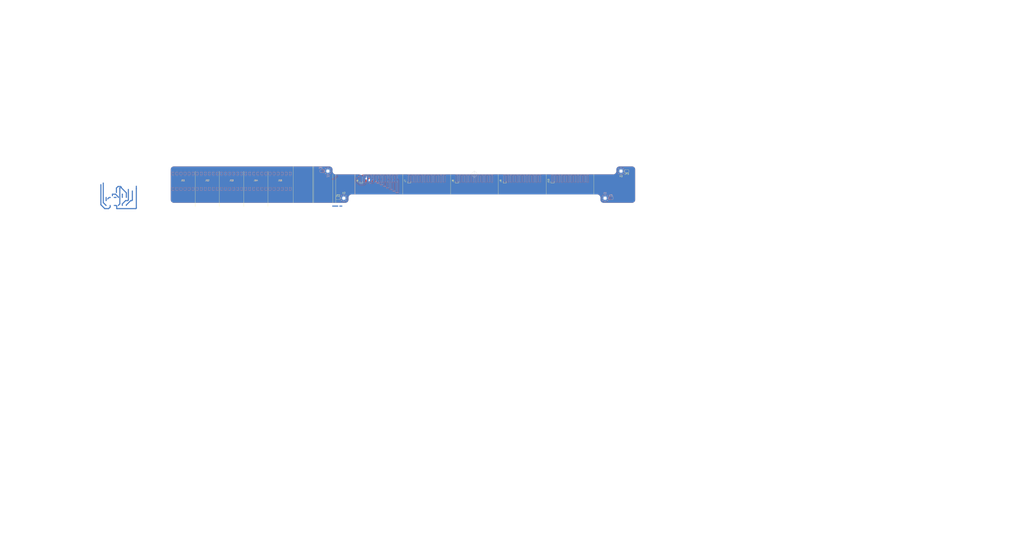
<source format=kicad_pcb>
(kicad_pcb (version 20210228) (generator pcbnew)
  (layers (0 "F.Cu" signal) (1 "In1.Cu" signal) (2 "In2.Cu" signal) (3 "In3.Cu" signal) (4 "In4.Cu" signal) (5 "In5.Cu" signal) (6 "In6.Cu" signal) (7 "In7.Cu" signal) (8 "In8.Cu" signal) (9 "In9.Cu" signal) (10 "In10.Cu" signal) (31 "B.Cu" signal) (34 "B.Paste" user) (35 "F.Paste" user) (36 "B.SilkS" user "B.Silkscreen") (37 "F.SilkS" user "F.Silkscreen") (38 "B.Mask" user) (39 "F.Mask" user) (44 "Edge.Cuts" user))
  (net 0 "")
  (net 97 "1_a12")
  (net 98 "1_a11")
  (net 99 "1_a10")
  (net 100 "1_a9")
  (net 101 "1_a8")
  (net 102 "1_a7")
  (net 103 "1_a6")
  (net 104 "1_a5")
  (net 105 "1_a4")
  (net 106 "1_a3")
  (net 107 "1_a2")
  (net 108 "1_a1")
  (net 205 "1_b12")
  (net 206 "1_b11")
  (net 207 "1_b10")
  (net 208 "1_b9")
  (net 209 "1_b8")
  (net 210 "1_b7")
  (net 211 "1_b6")
  (net 212 "1_b5")
  (net 213 "1_b4")
  (net 214 "1_b3")
  (net 215 "1_b2")
  (net 216 "1_b1")
  (net 217 "Net-(H1-Pad1)")
  (net 218 "Net-(H2-Pad1)")
  (net 219 "Net-(H3-Pad1)")
  (net 220 "Net-(H4-Pad1)")
  (net 221 "GND")
  (footprint "Jumper:SolderJumper-2_P1.3mm_Bridged_RoundedPad1.0x1.5mm" (layer "F.Cu") (at 170.6 -14 180)
    (fp_text reference "JP3")
    (fp_text value "Jumper_2_Bridged" hide)
  )
  (footprint "MINE:71609" (layer "F.Cu") (at -62.23 -7.62)
    (fp_text reference "J14")
    (fp_text value "Conn_02x06_Counter_Clockwise" hide)
  )
  (footprint "MountingHole:MountingHole_2.2mm_M2_Pad_Via" (layer "F.Cu") (at -7 3)
    (fp_text reference "H2")
    (fp_text value "MountingHole_Pad" hide)
  )
  (footprint "MINE:PinSocket_2x12_P2.00mm_Vertical_EDGE_USBC_pins" (layer "F.Cu") (at 135 -12)
    (fp_text reference "J10")
    (fp_text value "Conn_02x12_Row_Letter_First" hide)
    (fp_line (start 12.27 0) (end -12.27 0) (layer "Edge.Cuts") (width 0.12))
  )
  (footprint "MountingHole:MountingHole_2.2mm_M2_Pad_Via" (layer "F.Cu") (at 167 -14)
    (fp_text reference "H3")
    (fp_text value "MountingHole_Pad" hide)
  )
  (footprint "MINE:PinSocket_2x12_P2.00mm_Vertical_EDGE_USBC_pins" (layer "F.Cu") (at 105 -12)
    (fp_text reference "J9")
    (fp_text value "Conn_02x12_Row_Letter_First" hide)
    (fp_line (start 12.27 0) (end -12.27 0) (layer "Edge.Cuts") (width 0.12))
  )
  (footprint "MINE:71609" (layer "F.Cu") (at -92.71 -7.62)
    (fp_text reference "J12")
    (fp_text value "Conn_02x06_Counter_Clockwise" hide)
  )
  (footprint "MINE:PinSocket_2x12_P2.00mm_Vertical_EDGE_USBC_pins" (layer "F.Cu") (at 45 -12)
    (fp_text reference "J7")
    (fp_text value "Conn_02x12_Row_Letter_First" hide)
    (fp_line (start 12.27 0) (end -12.27 0) (layer "Edge.Cuts") (width 0.12))
  )
  (footprint "MINE:71609" (layer "F.Cu") (at -77.47 -7.62)
    (fp_text reference "J13")
    (fp_text value "Conn_02x06_Counter_Clockwise" hide)
  )
  (footprint "MINE:71609" (layer "F.Cu") (at -46.99 -7.62)
    (fp_text reference "J15")
    (fp_text value "Conn_02x06_Counter_Clockwise" hide)
  )
  (footprint "MINE:PinSocket_2x12_P2.00mm_Vertical_EDGE_USBC_pins" (layer "F.Cu") (at 15 -12)
    (fp_text reference "J6")
    (fp_text value "Conn_02x12_Row_Letter_First" hide)
    (fp_line (start 12.27 0) (end -12.27 0) (layer "Edge.Cuts") (width 0.12))
  )
  (footprint "Jumper:SolderJumper-2_P1.3mm_Bridged_RoundedPad1.0x1.5mm" (layer "F.Cu") (at -10.75 3)
    (fp_text reference "JP2")
    (fp_text value "Jumper_2_Bridged" hide)
  )
  (footprint "MINE:71609" (layer "F.Cu") (at -107.95 -7.62)
    (fp_text reference "J11")
    (fp_text value "Conn_02x06_Counter_Clockwise" hide)
  )
  (footprint "MINE:PinSocket_2x12_P2.00mm_Vertical_EDGE_USBC_pins" (layer "F.Cu") (at 75 -12)
    (fp_text reference "J8")
    (fp_text value "Conn_02x12_Row_Letter_First" hide)
    (fp_line (start 12.27 0) (end -12.27 0) (layer "Edge.Cuts") (width 0.12))
  )
  (footprint "MountingHole:MountingHole_2.2mm_M2_Pad_Via" (layer "B.Cu") (at -17 -14 180)
    (fp_text reference "H1")
    (fp_text value "MountingHole_Pad" hide)
  )
  (footprint "MINE:71609" (layer "B.Cu") (at -107.95 -7.62 180)
    (fp_text reference "J1")
    (fp_text value "Conn_02x06_Counter_Clockwise" hide)
  )
  (footprint "MINE:71609" (layer "B.Cu") (at -77.47 -7.62 180)
    (fp_text reference "J3")
    (fp_text value "Conn_02x06_Counter_Clockwise" hide)
  )
  (footprint "MINE:71609" (layer "B.Cu") (at -62.23 -7.62 180)
    (fp_text reference "J4")
    (fp_text value "Conn_02x06_Counter_Clockwise" hide)
  )
  (footprint "MINE:71609" (layer "B.Cu") (at -92.71 -7.62 180)
    (fp_text reference "J2")
    (fp_text value "Conn_02x06_Counter_Clockwise" hide)
  )
  (footprint "MountingHole:MountingHole_2.2mm_M2_Pad_Via" (layer "B.Cu") (at 157 3 180)
    (fp_text reference "H4")
    (fp_text value "MountingHole_Pad" hide)
  )
  (footprint "MINE:71609" (layer "B.Cu") (at -46.99 -7.62 180)
    (fp_text reference "J5")
    (fp_text value "Conn_02x06_Counter_Clockwise" hide)
  )
  (footprint "Jumper:SolderJumper-2_P1.3mm_Bridged_RoundedPad1.0x1.5mm" (layer "B.Cu") (at 160.75 3 180)
    (fp_text reference "JP4")
    (fp_text value "Jumper_2_Bridged" hide)
  )
  (footprint "Jumper:SolderJumper-2_P1.3mm_Bridged_RoundedPad1.0x1.5mm" (layer "B.Cu") (at -20.65 -14)
    (fp_text reference "JP1")
    (fp_text value "Jumper_2_Bridged" hide)
  )
  (gr_line (start 0 -12) (end 0 0.75) (layer "B.SilkS") (width 0.15))
  (gr_line (start 60 -12) (end 60 0.75) (layer "F.SilkS") (width 0.15))
  (gr_line (start -100.33 -13.97) (end -100.33 8.255) (layer "F.SilkS") (width 0.15))
  (gr_line (start -69.85 -13.97) (end -69.85 8.255) (layer "F.SilkS") (width 0.15))
  (gr_line (start 120 -12) (end 120 0.75) (layer "F.SilkS") (width 0.15))
  (gr_line (start -54.61 -13.97) (end -54.61 8.255) (layer "F.SilkS") (width 0.15))
  (gr_line (start -12 -12) (end -12 6) (layer "F.SilkS") (width 0.15))
  (gr_line (start -26 -17) (end -26 6) (layer "F.SilkS") (width 0.15))
  (gr_line (start 90 -12) (end 90 0.75) (layer "F.SilkS") (width 0.15))
  (gr_line (start -26.5 -17) (end -26.5 6) (layer "F.SilkS") (width 0.15))
  (gr_line (start -85.09 -13.97) (end -85.09 8.255) (layer "F.SilkS") (width 0.15))
  (gr_line (start 150 -12) (end 150 0.75) (layer "F.SilkS") (width 0.15))
  (gr_line (start -14 -12) (end -14 6) (layer "F.SilkS") (width 0.15))
  (gr_line (start 0 -12) (end 0 0.75) (layer "F.SilkS") (width 0.15))
  (gr_line (start 30 -12) (end 30 0.75) (layer "F.SilkS") (width 0.15))
  (gr_line (start -38.75 -17) (end -38.75 6) (layer "F.SilkS") (width 0.15))
  (gr_line (start -115.75 -15) (end -115.75 4) (layer "Edge.Cuts") (width 0.1))
  (gr_arc (start -2 2.75) (end -4 2.75) (angle 90) (layer "Edge.Cuts") (width 0.1))
  (gr_line (start -4 2.75) (end -4 4) (layer "Edge.Cuts") (width 0.1))
  (gr_line (start 62.73 -12) (end 57.27 -12) (layer "Edge.Cuts") (width 0.1))
  (gr_arc (start -113.75 -15) (end -115.75 -15) (angle 90) (layer "Edge.Cuts") (width 0.1))
  (gr_line (start -26 6) (end -113.75 6) (layer "Edge.Cuts") (width 0.1))
  (gr_line (start 92.73 -12) (end 87.27 -12) (layer "Edge.Cuts") (width 0.1))
  (gr_line (start -14 -15) (end -14 -14) (layer "Edge.Cuts") (width 0.1))
  (gr_line (start 122.73 -12) (end 117.27 -12) (layer "Edge.Cuts") (width 0.1))
  (gr_arc (start -6 4) (end -4 4) (angle 90) (layer "Edge.Cuts") (width 0.1))
  (gr_line (start 2.73 -12) (end 0 -12) (layer "Edge.Cuts") (width 0.1))
  (gr_arc (start 162 -14) (end 162 -12) (angle -90) (layer "Edge.Cuts") (width 0.1))
  (gr_arc (start 152 2.75) (end 154 2.75) (angle -90) (layer "Edge.Cuts") (width 0.1))
  (gr_line (start 174 6) (end 156 6) (layer "Edge.Cuts") (width 0.1))
  (gr_line (start 32.73 -12) (end 27.27 -12) (layer "Edge.Cuts") (width 0.1))
  (gr_arc (start -12 -14) (end -12 -12) (angle 90) (layer "Edge.Cuts") (width 0.1))
  (gr_arc (start 156 4) (end 154 4) (angle -90) (layer "Edge.Cuts") (width 0.1))
  (gr_arc (start 174 -15) (end 174 -17) (angle 90) (layer "Edge.Cuts") (width 0.1))
  (gr_line (start 174 -17) (end 166 -17) (layer "Edge.Cuts") (width 0.1))
  (gr_line (start 152 0.75) (end 150 0.75) (layer "Edge.Cuts") (width 0.1))
  (gr_arc (start -113.75 4) (end -113.75 6) (angle 90) (layer "Edge.Cuts") (width 0.1))
  (gr_line (start 0 -12) (end -12 -12) (layer "Edge.Cuts") (width 0.1))
  (gr_line (start 75 0.75) (end 0 0.75) (layer "Edge.Cuts") (width 0.1))
  (gr_line (start 150 -12) (end 162 -12) (layer "Edge.Cuts") (width 0.1))
  (gr_line (start 154 2.75) (end 154 4) (layer "Edge.Cuts") (width 0.1))
  (gr_arc (start -16 -15) (end -16 -17) (angle 90) (layer "Edge.Cuts") (width 0.1))
  (gr_line (start -26 -17) (end -113.75 -17) (layer "Edge.Cuts") (width 0.1))
  (gr_line (start -26 6) (end -6 6) (layer "Edge.Cuts") (width 0.1))
  (gr_line (start 147.27 -12) (end 150 -12) (layer "Edge.Cuts") (width 0.1))
  (gr_line (start -26 -17) (end -16 -17) (layer "Edge.Cuts") (width 0.1))
  (gr_arc (start 174 4) (end 176 4) (angle 90) (layer "Edge.Cuts") (width 0.1))
  (gr_line (start 150 0.75) (end 75 0.75) (layer "Edge.Cuts") (width 0.1))
  (gr_line (start 176 -15) (end 176 4) (layer "Edge.Cuts") (width 0.1))
  (gr_line (start 164 -15) (end 164 -14) (layer "Edge.Cuts") (width 0.1))
  (gr_line (start -2 0.75) (end 0 0.75) (layer "Edge.Cuts") (width 0.1))
  (gr_arc (start 166 -15) (end 166 -17) (angle -90) (layer "Edge.Cuts") (width 0.1))
  (target plus (at 75 -12) (size 5) (width 0.1) (layer "Edge.Cuts"))
  (segment (start 26 -9.25) (end 26 -0.5) (width 0.7) (layer "F.Cu") (net 97))
  (via (at 26 -0.5) (size 0.5) (drill 0.2) (layers "F.Cu" "B.Cu") (net 97))
  (segment (start 24 -9.25) (end 24 -1.5) (width 0.7) (layer "F.Cu") (net 98))
  (via (at 24 -1.5) (size 0.5) (drill 0.2) (layers "F.Cu" "B.Cu") (net 98))
  (segment (start 22 -9.25) (end 22 -2.5) (width 0.7) (layer "F.Cu") (net 99))
  (via (at 22 -2.5) (size 0.5) (drill 0.2) (layers "F.Cu" "B.Cu") (net 99))
  (segment (start 20 -9.25) (end 20 -3.5) (width 0.7) (layer "F.Cu") (net 100))
  (via (at 20 -3.5) (size 0.5) (drill 0.2) (layers "F.Cu" "B.Cu") (net 100))
  (segment (start 18 -9.25) (end 18 -4.5) (width 0.7) (layer "F.Cu") (net 101))
  (via (at 18 -4.5) (size 0.5) (drill 0.2) (layers "F.Cu" "B.Cu") (net 101))
  (segment (start 16 -9.25) (end 16 -5.5) (width 0.7) (layer "F.Cu") (net 102))
  (via (at 16 -5.5) (size 0.5) (drill 0.2) (layers "F.Cu" "B.Cu") (net 102))
  (segment (start 14 -9.25) (end 14 -6.5) (width 0.7) (layer "F.Cu") (net 103))
  (via (at 14 -6.5) (size 0.5) (drill 0.2) (layers "F.Cu" "B.Cu") (net 103))
  (segment (start 12 -8.5) (end 13 -7.5) (width 0.7) (layer "F.Cu") (net 104))
  (via (at 13 -7.5) (size 0.5) (drill 0.2) (layers "F.Cu" "B.Cu") (net 104))
  (segment (start 7 -6.64138) (end 7 -8.5) (width 0.7) (layer "F.Cu") (net 105))
  (segment (start 7.118391 -6.522989) (end 7 -6.64138) (width 0.7) (layer "F.Cu") (net 105))
  (segment (start 10 -9.25) (end 10 -6.522989) (width 0.7) (layer "F.Cu") (net 105))
  (segment (start 10 -6.522989) (end 7.118391 -6.522989) (width 0.7) (layer "F.Cu") (net 105))
  (via (at 7 -8.5) (size 0.5) (drill 0.2) (layers "F.Cu" "B.Cu") (net 105))
  (segment (start 8 -9.25) (end 8.75 -9.25) (width 0.7) (layer "F.Cu") (net 106))
  (segment (start 8.75 -9.25) (end 9 -9.5) (width 0.7) (layer "F.Cu") (net 106))
  (via (at 9 -9.5) (size 0.5) (drill 0.2) (layers "F.Cu" "B.Cu") (net 106))
  (segment (start 6 -9.25) (end 6 -7.5) (width 0.7) (layer "F.Cu") (net 107))
  (segment (start 2.25 -7.39138) (end 2.25 -10.5) (width 0.7) (layer "F.Cu") (net 107))
  (segment (start 6 -7.5) (end 4.8 -6.3) (width 0.7) (layer "F.Cu") (net 107))
  (segment (start 6 -9.25) (end 6 -9.5) (width 0.7) (layer "F.Cu") (net 107))
  (segment (start 3.34138 -6.3) (end 2.25 -7.39138) (width 0.7) (layer "F.Cu") (net 107))
  (segment (start 4.8 -6.3) (end 3.34138 -6.3) (width 0.7) (layer "F.Cu") (net 107))
  (via (at 2.25 -10.5) (size 0.5) (drill 0.2) (layers "F.Cu" "B.Cu") (net 107))
  (segment (start 4 -9.25) (end 4 -10.5) (width 0.7) (layer "F.Cu") (net 108))
  (segment (start 4 -10.5) (end 5 -11.5) (width 0.7) (layer "F.Cu") (net 108))
  (via (at 5 -11.5) (size 0.5) (drill 0.2) (layers "F.Cu" "B.Cu") (net 108))
  (via (at 27 -0.5) (size 0.5) (drill 0.2) (layers "F.Cu" "B.Cu") (net 205))
  (segment (start 26 -9.25) (end 27 -8.25) (width 0.7) (layer "B.Cu") (net 205))
  (segment (start -156.21 2.56) (end -156.21 4.46) (width 0.7) (layer "B.Cu") (net 205))
  (segment (start 27 -8.25) (end 27 -0.5) (width 0.7) (layer "B.Cu") (net 205))
  (segment (start -156.21 4.46) (end -156.25 4.5) (width 0.7) (layer "B.Cu") (net 205))
  (via (at 25 -1.5) (size 0.5) (drill 0.2) (layers "F.Cu" "B.Cu") (net 206))
  (segment (start -154.292989 2.56) (end -155.232989 3.5) (width 0.7) (layer "B.Cu") (net 206))
  (segment (start -153.67 2.56) (end -154.292989 2.56) (width 0.7) (layer "B.Cu") (net 206))
  (segment (start 25 -8.25) (end 25 -1.5) (width 0.7) (layer "B.Cu") (net 206))
  (segment (start -153.67 2.56) (end -153.81 2.56) (width 0.7) (layer "B.Cu") (net 206))
  (segment (start 24 -9.25) (end 25 -8.25) (width 0.7) (layer "B.Cu") (net 206))
  (via (at 23 -2.5) (size 0.5) (drill 0.2) (layers "F.Cu" "B.Cu") (net 207))
  (segment (start 23 -8.25) (end 23 -2.5) (width 0.7) (layer "B.Cu") (net 207))
  (segment (start -151.13 2.56) (end -150.06 2.56) (width 0.7) (layer "B.Cu") (net 207))
  (segment (start -150.06 2.56) (end -150 2.5) (width 0.7) (layer "B.Cu") (net 207))
  (segment (start 22 -9.25) (end 23 -8.25) (width 0.7) (layer "B.Cu") (net 207))
  (via (at 21 -3.5) (size 0.5) (drill 0.2) (layers "F.Cu" "B.Cu") (net 208))
  (segment (start 20 -9.25) (end 21 -8.25) (width 0.7) (layer "B.Cu") (net 208))
  (segment (start -148.59 2.56) (end -148.59 2.24138) (width 0.7) (layer "B.Cu") (net 208))
  (segment (start -148.59 2.24138) (end -150.33138 0.5) (width 0.7) (layer "B.Cu") (net 208))
  (segment (start -152.25 0.5) (end -152.25 1.5) (width 0.7) (layer "B.Cu") (net 208))
  (segment (start 21 -8.25) (end 21 -3.5) (width 0.7) (layer "B.Cu") (net 208))
  (segment (start -150.33138 0.5) (end -152.25 0.5) (width 0.7) (layer "B.Cu") (net 208))
  (via (at 19 -4.5) (size 0.5) (drill 0.2) (layers "F.Cu" "B.Cu") (net 209))
  (segment (start 18 -9.25) (end 19 -8.25) (width 0.7) (layer "B.Cu") (net 209))
  (segment (start -146.05 0.55) (end -146 0.5) (width 0.7) (layer "B.Cu") (net 209))
  (segment (start 19 -8.25) (end 19 -4.5) (width 0.7) (layer "B.Cu") (net 209))
  (segment (start -146.05 2.56) (end -146.05 0.55) (width 0.7) (layer "B.Cu") (net 209))
  (via (at 17 -5.5) (size 0.5) (drill 0.2) (layers "F.Cu" "B.Cu") (net 210))
  (segment (start -147.157437 -4.327019) (end -148.748958 -4.327019) (width 0.7) (layer "B.Cu") (net 210))
  (segment (start -146.672981 -3.842563) (end -147.157437 -4.327019) (width 0.7) (layer "B.Cu") (net 210))
  (segment (start -143.51 -0.335977) (end -146.672981 -3.498958) (width 0.7) (layer "B.Cu") (net 210))
  (segment (start -149.75 -3.325977) (end -149.75 -0.5) (width 0.7) (layer "B.Cu") (net 210))
  (segment (start 17 -8.25) (end 17 -5.5) (width 0.7) (layer "B.Cu") (net 210))
  (segment (start -146.672981 -3.498958) (end -146.672981 -3.842563) (width 0.7) (layer "B.Cu") (net 210))
  (segment (start -148.748958 -4.327019) (end -149.75 -3.325977) (width 0.7) (layer "B.Cu") (net 210))
  (segment (start 16 -9.25) (end 17 -8.25) (width 0.7) (layer "B.Cu") (net 210))
  (segment (start -143.51 2.56) (end -143.51 -0.335977) (width 0.7) (layer "B.Cu") (net 210))
  (via (at 15 -6.5) (size 0.5) (drill 0.2) (layers "F.Cu" "B.Cu") (net 211))
  (segment (start -139.75 4.19862) (end -139.75 -1.5) (width 0.7) (layer "B.Cu") (net 211))
  (segment (start 15 -8.25) (end 15 -6.5) (width 0.7) (layer "B.Cu") (net 211))
  (segment (start -143.51 7.6) (end -143.51 7.28138) (width 0.7) (layer "B.Cu") (net 211))
  (segment (start 14 -9.25) (end 15 -8.25) (width 0.7) (layer "B.Cu") (net 211))
  (segment (start -143.51 7.28138) (end -140.765631 4.537011) (width 0.7) (layer "B.Cu") (net 211))
  (segment (start -140.088391 4.537011) (end -139.75 4.19862) (width 0.7) (layer "B.Cu") (net 211))
  (segment (start -140.765631 4.537011) (end -140.088391 4.537011) (width 0.7) (layer "B.Cu") (net 211))
  (via (at 9 -7.5) (size 0.5) (drill 0.2) (layers "F.Cu" "B.Cu") (net 212))
  (segment (start 10.881609 -6.522989) (end 9.118391 -6.522989) (width 0.7) (layer "B.Cu") (net 212))
  (segment (start -142.25 4.15862) (end -142.25 -2.5) (width 0.7) (layer "B.Cu") (net 212))
  (segment (start -142.628391 4.537011) (end -142.25 4.15862) (width 0.7) (layer "B.Cu") (net 212))
  (segment (start -143.987011 4.537011) (end -142.628391 4.537011) (width 0.7) (layer "B.Cu") (net 212))
  (segment (start 11.342563 -6.983943) (end 10.881609 -6.522989) (width 0.7) (layer "B.Cu") (net 212))
  (segment (start -146.05 6.6) (end -143.987011 4.537011) (width 0.7) (layer "B.Cu") (net 212))
  (segment (start 12 -9.25) (end 12 -8.330418) (width 0.7) (layer "B.Cu") (net 212))
  (segment (start 9.118391 -6.522989) (end 9 -6.64138) (width 0.7) (layer "B.Cu") (net 212))
  (segment (start 12 -8.330418) (end 11.342563 -7.672981) (width 0.7) (layer "B.Cu") (net 212))
  (segment (start 9 -6.64138) (end 9 -7.5) (width 0.7) (layer "B.Cu") (net 212))
  (segment (start -146.05 7.6) (end -146.05 6.6) (width 0.7) (layer "B.Cu") (net 212))
  (segment (start 11.342563 -7.672981) (end 11.342563 -6.983943) (width 0.7) (layer "B.Cu") (net 212))
  (via (at 11 -8.5) (size 0.5) (drill 0.2) (layers "F.Cu" "B.Cu") (net 213))
  (segment (start 10.25 -9.25) (end 11 -8.5) (width 0.7) (layer "B.Cu") (net 213))
  (segment (start 10 -9.25) (end 10.25 -9.25) (width 0.7) (layer "B.Cu") (net 213))
  (segment (start -147.612989 -3.387011) (end -147.5 -3.5) (width 0.7) (layer "B.Cu") (net 213))
  (segment (start -147.612989 6.622989) (end -147.612989 -3.387011) (width 0.7) (layer "B.Cu") (net 213))
  (segment (start -148.59 7.6) (end -147.612989 6.622989) (width 0.7) (layer "B.Cu") (net 213))
  (via (at 1 -9.5) (size 0.5) (drill 0.2) (layers "F.Cu" "B.Cu") (net 214))
  (segment (start -149.471609 9.577011) (end -137.548391 9.577011) (width 0.7) (layer "B.Cu") (net 214))
  (segment (start 8 -9.25) (end 8 -7.64138) (width 0.7) (layer "B.Cu") (net 214))
  (segment (start 2.998817 -5.472981) (end 1 -7.471798) (width 0.7) (layer "B.Cu") (net 214))
  (segment (start -137.25 9.27862) (end -137.25 -3) (width 0.7) (layer "B.Cu") (net 214))
  (segment (start -149.93 7.6) (end -149.567011 7.962989) (width 0.7) (layer "B.Cu") (net 214))
  (segment (start -137.25 -3) (end -137.25 -4.5) (width 0.7) (layer "B.Cu") (net 214))
  (segment (start -149.567011 9.481609) (end -149.471609 9.577011) (width 0.7) (layer "B.Cu") (net 214))
  (segment (start 8 -7.64138) (end 5.831601 -5.472981) (width 0.7) (layer "B.Cu") (net 214))
  (segment (start 5.831601 -5.472981) (end 2.998817 -5.472981) (width 0.7) (layer "B.Cu") (net 214))
  (segment (start -137.548391 9.577011) (end -137.25 9.27862) (width 0.7) (layer "B.Cu") (net 214))
  (segment (start -149.567011 7.962989) (end -149.567011 9.481609) (width 0.7) (layer "B.Cu") (net 214))
  (segment (start 1 -7.471798) (end 1 -9.5) (width 0.7) (layer "B.Cu") (net 214))
  (segment (start -151.13 7.6) (end -149.93 7.6) (width 0.7) (layer "B.Cu") (net 214))
  (via (at 7 -10.5) (size 0.5) (drill 0.2) (layers "F.Cu" "B.Cu") (net 215))
  (segment (start -157.091609 9.577011) (end -159.5 7.16862) (width 0.7) (layer "B.Cu") (net 215))
  (segment (start -153.67 7.6) (end -153.67 8.6) (width 0.7) (layer "B.Cu") (net 215))
  (segment (start 6 -9.25) (end 6 -9.5) (width 0.7) (layer "B.Cu") (net 215))
  (segment (start 6 -9.5) (end 7 -10.5) (width 0.7) (layer "B.Cu") (net 215))
  (segment (start -153.67 8.6) (end -154.647011 9.577011) (width 0.7) (layer "B.Cu") (net 215))
  (segment (start -154.647011 9.577011) (end -157.091609 9.577011) (width 0.7) (layer "B.Cu") (net 215))
  (segment (start -159.5 7.16862) (end -159.5 -5.5) (width 0.7) (layer "B.Cu") (net 215))
  (via (at 3.122998 -11.5) (size 0.5) (drill 0.2) (layers "F.Cu" "B.Cu") (net 216))
  (segment (start 4 -9.25) (end 4 -10.622998) (width 0.7) (layer "B.Cu") (net 216))
  (segment (start -156.21 7.6) (end -158 5.81) (width 0.7) (layer "B.Cu") (net 216))
  (segment (start 4 -10.622998) (end 3.122998 -11.5) (width 0.7) (layer "B.Cu") (net 216))
  (segment (start 4 -9.25) (end 4 -9.5) (width 0.7) (layer "B.Cu") (net 216))
  (segment (start -158 5.81) (end -158 -6.5) (width 0.7) (layer "B.Cu") (net 216))
  (segment (start -13 -9) (end -11.25 -10.75) (width 0.7) (layer "B.Cu") (net 217))
  (segment (start -14 -9) (end -13 -9) (width 0.7) (layer "B.Cu") (net 217))
  (segment (start -10.8 8) (end -14 8) (width 0.7) (layer "B.Cu") (net 220))
  (segment (start -9.95 -10.75) (end -8.25 -10.75) (width 0.7) (layer "B.Cu") (net 221))
  (segment (start -9.5 8) (end -8.25 8) (width 0.7) (layer "B.Cu") (net 221))
  (zone (net 221) (net_name "GND") (layer "F.Cu") (connect_pads (clearance 0.127)) (min_thickness 0.127) (fill yes (thermal_gap 0.2) (thermal_bridge_width 0.2))
    (polygon (pts (xy 346.5 -47.5) (xy 185 144.5) (xy -193.090639 140.476016) (xy -194.590639 -104.023984)))
  )
  (zone (net 221) (net_name "GND") (layer "B.Cu") (connect_pads (clearance 0.127)) (min_thickness 0.127) (fill yes (thermal_gap 0.2) (thermal_bridge_width 0.2))
    (polygon (pts (xy 420 112) (xy -164.583382 225.891818) (xy -222.833382 28.141818) (xy -14.5 -121.5)))
  )
)
</source>
